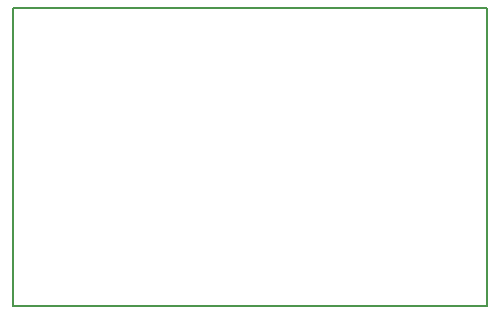
<source format=gbr>
%FSLAX35Y35*%
%MOIN*%
G04 EasyPC Gerber Version 18.0.8 Build 3632 *
%ADD11C,0.00500*%
X0Y0D02*
D02*
D11*
X250Y250D02*
X158376D01*
Y99593*
X250*
Y250*
X0Y0D02*
M02*

</source>
